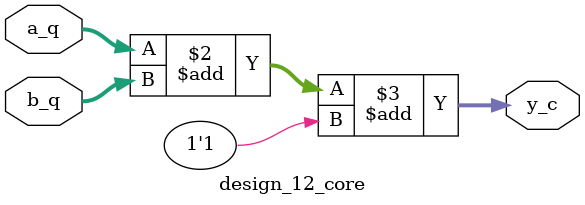
<source format=v>
module design_12_core #(
  parameter W = 12
)(
  input      [W-1:0] a_q,
  input      [W-1:0] b_q,
  output reg [W-1:0] y_c
);
  always @* begin
    y_c = a_q + b_q + 1'b1;
  end
endmodule

</source>
